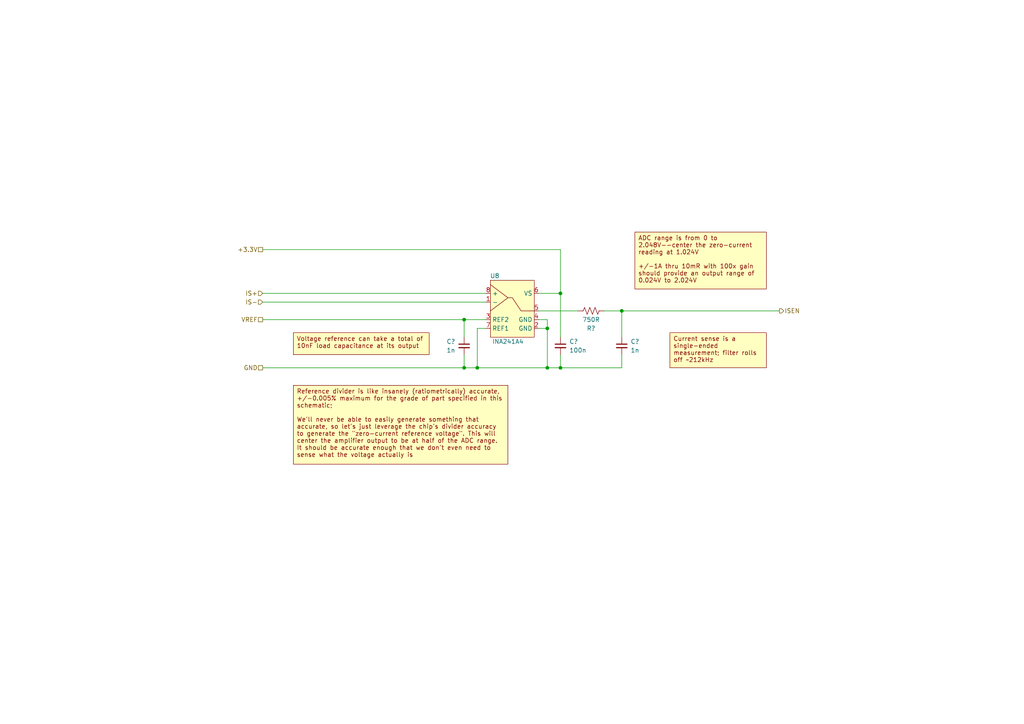
<source format=kicad_sch>
(kicad_sch (version 20230121) (generator eeschema)
  (paper "A4")
  (title_block (title "Shim Amplifier Prototype") (date "2023-08-01") (rev "A.1") (company "Ishaan Govindarajan"))
  (lib_symbols
    (symbol "Custom-AnalogIC:INA241A4"
      (property "Reference" "U" (at -3.81 10.16 0))
      (property "Value" "INA241A4" (at -1.27 -8.89 0))
      (symbol "INA241A4_0_1"
        (polyline (pts (xy -5.08 0) (xy -6.35 0)))
      )
      (symbol "INA241A4_1_1"
        (rectangle (start -6.35 8.89) (end 6.35 -7.62) (fill (type background)))
        (polyline (pts (xy 1.27 3.81) (xy 6.35 0)))
        (polyline (pts (xy 6.35 7.62) (xy 1.27 3.81)))
        (polyline (pts (xy -5.08 0) (xy -2.54 0) (xy 0 3.81) (xy 1.27 3.81)))
        (pin passive line (at 7.62 2.54 180) (length 1.27) (name "-") (number "1"))
        (pin power_in line (at -7.62 -5.08 0) (length 1.27) (name "GND") (number "2"))
        (pin passive line (at 7.62 -2.54 180) (length 1.27) (name "REF2") (number "3"))
        (pin power_in line (at -7.62 -2.54 0) (length 1.27) (name "GND") (number "4"))
        (pin output line (at -7.62 0 0) (length 1.27) (name "") (number "5"))
        (pin power_in line (at -7.62 5.08 0) (length 1.27) (name "VS") (number "6"))
        (pin passive line (at 7.62 -5.08 180) (length 1.27) (name "REF1") (number "7"))
        (pin passive line (at 7.62 5.08 180) (length 1.27) (name "+") (number "8"))
      )
    )
    (symbol "Custom-Capacitor:CL10B104KB8NNWC" (pin_numbers hide) (pin_names (offset 0.254) hide)
      (property "Reference" "C" (at 0.254 1.778 0))
      (property "Value" "100n" (at 0.254 -2.032 0))
      (symbol "CL10B104KB8NNWC_0_1"
        (polyline (pts (xy -1.524 -0.508) (xy 1.524 -0.508)) (stroke (width 0.3302)))
        (polyline (pts (xy -1.524 0.508) (xy 1.524 0.508)) (stroke (width 0.3048)))
      )
      (symbol "CL10B104KB8NNWC_1_1"
        (pin passive line (at 0 2.54 270) (length 2.032) (name "~") (number "1"))
        (pin passive line (at 0 -2.54 90) (length 2.032) (name "~") (number "2"))
      )
    )
    (symbol "Custom-Capacitor:GCM1885C2A102FA16D" (pin_numbers hide) (pin_names (offset 0.254) hide)
      (property "Reference" "C" (at 0.254 1.778 0))
      (property "Value" "1n" (at 0.254 -2.032 0))
      (symbol "GCM1885C2A102FA16D_0_1"
        (polyline (pts (xy -1.524 -0.508) (xy 1.524 -0.508)) (stroke (width 0.3302)))
        (polyline (pts (xy -1.524 0.508) (xy 1.524 0.508)) (stroke (width 0.3048)))
      )
      (symbol "GCM1885C2A102FA16D_1_1"
        (pin passive line (at 0 2.54 270) (length 2.032) (name "~") (number "1"))
        (pin passive line (at 0 -2.54 90) (length 2.032) (name "~") (number "2"))
      )
    )
    (symbol "Custom-Resistor:RMCF0603FT750R" (pin_numbers hide) (pin_names (offset 0))
      (property "Reference" "R" (at 2.54 0 90))
      (property "Value" "750R" (at -2.54 0 90))
      (symbol "RMCF0603FT750R_0_1"
        (polyline (pts (xy 0 -2.286) (xy 0 -2.54)))
        (polyline (pts (xy 0 2.286) (xy 0 2.54)))
        (polyline (pts (xy 0 -0.762) (xy 1.016 -1.143) (xy 0 -1.524) (xy -1.016 -1.905) (xy 0 -2.286)))
        (polyline (pts (xy 0 0.762) (xy 1.016 0.381) (xy 0 0) (xy -1.016 -0.381) (xy 0 -0.762)))
        (polyline (pts (xy 0 2.286) (xy 1.016 1.905) (xy 0 1.524) (xy -1.016 1.143) (xy 0 0.762)))
      )
      (symbol "RMCF0603FT750R_1_1"
        (pin passive line (at 0 3.81 270) (length 1.27) (name "~") (number "1"))
        (pin passive line (at 0 -3.81 90) (length 1.27) (name "~") (number "2"))
      )
    )
  )
  (junction (at 162.56 106.68))
  (junction (at 134.62 106.68))
  (junction (at 158.75 106.68))
  (junction (at 138.43 106.68))
  (junction (at 180.34 90.17))
  (junction (at 134.62 92.71))
  (junction (at 158.75 95.25))
  (junction (at 162.56 85.09))
  (wire (pts (xy 76.2 72.39) (xy 162.56 72.39)))
  (wire (pts (xy 158.75 95.25) (xy 158.75 106.68)))
  (wire (pts (xy 76.2 106.68) (xy 134.62 106.68)))
  (wire (pts (xy 180.34 90.17) (xy 180.34 97.79)))
  (wire (pts (xy 134.62 106.68) (xy 138.43 106.68)))
  (wire (pts (xy 140.97 95.25) (xy 138.43 95.25)))
  (wire (pts (xy 134.62 92.71) (xy 140.97 92.71)))
  (wire (pts (xy 162.56 97.79) (xy 162.56 85.09)))
  (wire (pts (xy 76.2 92.71) (xy 134.62 92.71)))
  (wire (pts (xy 167.64 90.17) (xy 156.21 90.17)))
  (wire (pts (xy 134.62 102.87) (xy 134.62 106.68)))
  (wire (pts (xy 180.34 90.17) (xy 226.06 90.17)))
  (wire (pts (xy 158.75 95.25) (xy 156.21 95.25)))
  (wire (pts (xy 162.56 72.39) (xy 162.56 85.09)))
  (wire (pts (xy 156.21 92.71) (xy 158.75 92.71)))
  (wire (pts (xy 180.34 90.17) (xy 175.26 90.17)))
  (wire (pts (xy 180.34 106.68) (xy 162.56 106.68)))
  (wire (pts (xy 138.43 106.68) (xy 158.75 106.68)))
  (wire (pts (xy 180.34 102.87) (xy 180.34 106.68)))
  (wire (pts (xy 162.56 106.68) (xy 158.75 106.68)))
  (wire (pts (xy 162.56 85.09) (xy 156.21 85.09)))
  (wire (pts (xy 158.75 92.71) (xy 158.75 95.25)))
  (wire (pts (xy 134.62 92.71) (xy 134.62 97.79)))
  (wire (pts (xy 138.43 95.25) (xy 138.43 106.68)))
  (wire (pts (xy 162.56 102.87) (xy 162.56 106.68)))
  (wire (pts (xy 76.2 87.63) (xy 140.97 87.63)))
  (wire (pts (xy 76.2 85.09) (xy 140.97 85.09)))
  (text_box "Voltage reference can take a total of 10nF load capacitance at its output" (at 85.09 96.52 0) (size 39.37 6.35) (stroke (width 0) (color 132 0 0 1)) (fill (type color) (color 255 255 194 1)) (effects (font (size 1.27 1.27)) (justify left top)))
  (text_box "Reference divider is like insanely (ratiometrically) accurate, +/-0.005% maximum for the grade of part specified in this schematic;\n\nWe'll never be able to easily generate something that accurate, so let's just leverage the chip's divider accuracy to generate the \"zero-current reference voltage\". This will center the amplifier output to be at half of the ADC range. It should be accurate enough that we don't even need to sense what the voltage actually is" (at 85.09 111.76 0) (size 62.23 22.86) (stroke (width 0) (color 132 0 0 1)) (fill (type color) (color 255 255 194 1)) (effects (font (size 1.27 1.27)) (justify left top)))
  (text_box "Current sense is a single-ended measurement; filter rolls off ~212kHz" (at 194.31 96.52 0) (size 27.94 10.16) (stroke (width 0) (color 132 0 0 1)) (fill (type color) (color 255 255 194 1)) (effects (font (size 1.27 1.27)) (justify left top)))
  (text_box "ADC range is from 0 to 2.048V--center the zero-current reading at 1.024V\n\n+/-1A thru 10mR with 100x gain should provide an output range of 0.024V to 2.024V" (at 184.15 67.31 0) (size 38.1 16.51) (stroke (width 0) (color 132 0 0 1)) (fill (type color) (color 255 255 194 1)) (effects (font (size 1.27 1.27)) (justify left top)))
  (hierarchical_label "IS-" (shape input) (at 76.2 87.63 180))
  (hierarchical_label "GND" (shape passive) (at 76.2 106.68 180))
  (hierarchical_label "VREF" (shape passive) (at 76.2 92.71 180))
  (hierarchical_label "IS+" (shape input) (at 76.2 85.09 180))
  (hierarchical_label "ISEN" (shape output) (at 226.06 90.17 0))
  (hierarchical_label "+3.3V" (shape passive) (at 76.2 72.39 180))
  (symbol (lib_id "Custom-Capacitor:CL10B104KB8NNWC") (at 162.56 100.33 0) (mirror y) (unit 1)
    (property "Reference" "C?" (at 165.1 99.0663 0) (effects (justify right)))
    (property "Value" "100n" (at 165.1 101.6063 0) (effects (justify right)))
    (property "Footprint" "Capacitor_SMD:C_0603_1608Metric_Pad1.08x0.95mm_HandSolder" (effects hide))
    (property "Datasheet" "https://product.samsungsem.com/mlcc/CL31B106KAHNFN.do" (effects hide))
    (property "Manufacturer" "Samsung Electro-Mechanics" (effects hide))
    (property "Part Number" "CL10B104KB8NNWC" (effects hide))
    (instances (project "Class-D Prototype revA" (path "" (reference "C?") (unit 1)) (path "" (reference "C?") (unit 1)) (path "" (reference "C111") (unit 1))))
  )
  (symbol (lib_id "Custom-Capacitor:GCM1885C2A102FA16D") (at 180.34 100.33 0) (unit 1)
    (property "Reference" "C?" (at 182.88 99.0663 0) (effects (justify left)))
    (property "Value" "1n" (at 182.88 101.6063 0) (effects (justify left)))
    (property "Footprint" "Capacitor_SMD:C_0603_1608Metric_Pad1.08x0.95mm_HandSolder" (effects hide))
    (property "Datasheet" "https://search.murata.co.jp/Ceramy/image/img/A01X/G101/ENG/GCM1885C2A102FA16-01.pdf" (effects hide))
    (property "Manufacturer" "Murata Electronics" (effects hide))
    (property "Part Number" "GCM1885C2A102FA16D" (effects hide))
    (instances (project "Class-D Prototype revA" (path "" (reference "C?") (unit 1)) (path "" (reference "C?") (unit 1)) (path "" (reference "C112") (unit 1))))
  )
  (symbol (lib_id "Custom-Capacitor:GCM1885C2A102FA16D") (at 134.62 100.33 0) (unit 1)
    (property "Reference" "C?" (at 132.08 99.0663 0) (effects (justify right)))
    (property "Value" "1n" (at 132.08 101.6063 0) (effects (justify right)))
    (property "Footprint" "Capacitor_SMD:C_0603_1608Metric_Pad1.08x0.95mm_HandSolder" (effects hide))
    (property "Datasheet" "https://search.murata.co.jp/Ceramy/image/img/A01X/G101/ENG/GCM1885C2A102FA16-01.pdf" (effects hide))
    (property "Manufacturer" "Murata Electronics" (effects hide))
    (property "Part Number" "GCM1885C2A102FA16D" (effects hide))
    (instances (project "Class-D Prototype revA" (path "" (reference "C?") (unit 1)) (path "" (reference "C110") (unit 1))))
  )
  (symbol (lib_id "Custom-AnalogIC:INA241A4") (at 148.59 90.17 0) (mirror y) (unit 1)
    (property "Reference" "U8" (at 143.51 80.01 0))
    (property "Value" "INA241A4" (at 147.32 99.06 0))
    (property "Footprint" "Package_TO_SOT_SMD:SOT-23-8_Handsoldering" (effects hide))
    (property "Datasheet" "https://www.ti.com/lit/ds/symlink/ina241a.pdf" (effects hide))
    (property "Manufacturer" "Texas Instruments" (effects hide))
    (property "Part Number" "INA241A4IDDFR" (effects hide))
  )
  (symbol (lib_id "Custom-Resistor:RMCF0603FT750R") (at 171.45 90.17 270) (unit 1)
    (property "Reference" "R?" (at 171.45 95.25 90))
    (property "Value" "750R" (at 171.45 92.71 90))
    (property "Footprint" "Resistor_SMD:R_0603_1608Metric_Pad0.98x0.95mm_HandSolder" (effects hide))
    (property "Datasheet" "https://www.seielect.com/Catalog/SEI-RMCF_RMCP.pdf" (effects hide))
    (property "Manufacturer" "Stackpole Electronics Inc" (effects hide))
    (property "Part Number" "RMCF0603FT750R" (effects hide))
    (instances (project "Class-D Prototype revA" (path "" (reference "R?") (unit 1)) (path "" (reference "R?") (unit 1)) (path "" (reference "R58") (unit 1))))
  )
)
</source>
